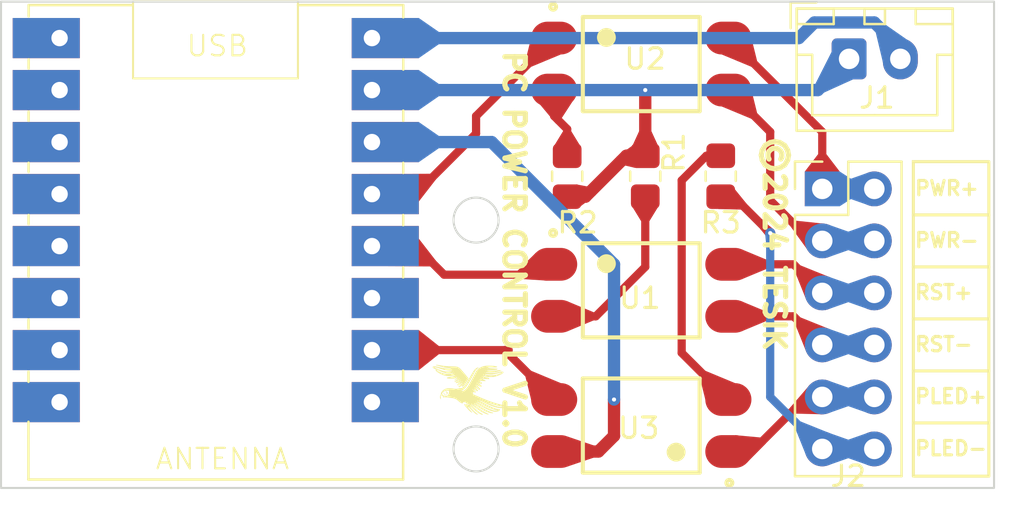
<source format=kicad_pcb>
(kicad_pcb (version 20221018) (generator pcbnew)
  (layers (0 "F.Cu" signal) (31 "B.Cu" signal) (34 "B.Paste" user) (35 "F.Paste" user) (36 "B.SilkS" user "B.Silkscreen") (37 "F.SilkS" user "F.Silkscreen") (38 "B.Mask" user) (39 "F.Mask" user) (44 "Edge.Cuts" user))
  (net 0 "")
  (net 1 "Power +")
  (net 2 "Power -")
  (net 3 "Reset +")
  (net 4 "Reset -")
  (net 5 "Power LED +")
  (net 6 "GND")
  (net 7 "Power Cathode")
  (net 8 "+5V")
  (net 9 "Reset Cathode")
  (net 20 "Power LED -")
  (net 21 "Power LED Cathode")
  (net 22 "3V3")
  (net 23 "GPIO4")
  (net 24 "GPIO3")
  (net 25 "GPIO1")
  (footprint "Connector_PinHeader_2.54mm:PinHeader_2x06_P2.54mm_Vertical" (layer "F.Cu") (at 85.725 56.896)
    (fp_text reference "J2" (at 1.27 14.03) (layer "F.SilkS"))
    (fp_text value "Conn_02x06_Odd_Even")
    (pad "1" thru_hole rect (at 0 0) (size 1.7 1.7) (drill 1) (layers "*.Cu" "*.Mask") (net 1 "Power +"))
    (pad "2" thru_hole oval (at 2.54 0) (size 1.7 1.7) (drill 1) (layers "*.Cu" "*.Mask") (net 1 "Power +"))
    (pad "3" thru_hole oval (at 0 2.54) (size 1.7 1.7) (drill 1) (layers "*.Cu" "*.Mask") (net 2 "Power -"))
    (pad "4" thru_hole oval (at 2.54 2.54) (size 1.7 1.7) (drill 1) (layers "*.Cu" "*.Mask") (net 2 "Power -"))
    (pad "5" thru_hole oval (at 0 5.08) (size 1.7 1.7) (drill 1) (layers "*.Cu" "*.Mask") (net 3 "Reset +"))
    (pad "6" thru_hole oval (at 2.54 5.08) (size 1.7 1.7) (drill 1) (layers "*.Cu" "*.Mask") (net 3 "Reset +"))
    (pad "7" thru_hole oval (at 0 7.62) (size 1.7 1.7) (drill 1) (layers "*.Cu" "*.Mask") (net 4 "Reset -"))
    (pad "8" thru_hole oval (at 2.54 7.62) (size 1.7 1.7) (drill 1) (layers "*.Cu" "*.Mask") (net 4 "Reset -"))
    (pad "9" thru_hole oval (at 0 10.16) (size 1.7 1.7) (drill 1) (layers "*.Cu" "*.Mask") (net 5 "Power LED +"))
    (pad "10" thru_hole oval (at 2.54 10.16) (size 1.7 1.7) (drill 1) (layers "*.Cu" "*.Mask") (net 5 "Power LED +"))
    (pad "11" thru_hole oval (at 0 12.7) (size 1.7 1.7) (drill 1) (layers "*.Cu" "*.Mask") (net 20 "Power LED -"))
    (pad "12" thru_hole oval (at 2.54 12.7) (size 1.7 1.7) (drill 1) (layers "*.Cu" "*.Mask") (net 20 "Power LED -"))
  )
  (footprint "_jendova:SOT254P975X400-4N" (layer "F.Cu") (at 76.894 50.8)
    (fp_text reference "U2" (at 0.186 -0.254) (layer "F.SilkS") (effects (font (size 1.001874 1.001874))))
    (fp_text value "EL817")
    (pad "1" smd oval (at -4.25 -1.27) (size 2.25 1.6) (layers "F.Cu" "F.Paste" "F.Mask") (net 23 "GPIO4"))
    (pad "2" smd oval (at -4.25 1.27) (size 2.25 1.6) (layers "F.Cu" "F.Paste" "F.Mask") (net 7 "Power Cathode"))
    (pad "3" smd oval (at 4.25 1.27) (size 2.25 1.6) (layers "F.Cu" "F.Paste" "F.Mask") (net 2 "Power -"))
    (pad "4" smd oval (at 4.25 -1.27) (size 2.25 1.6) (layers "F.Cu" "F.Paste" "F.Mask") (net 1 "Power +"))
  )
  (footprint "Resistor_SMD:R_0805_2012Metric_Pad1.20x1.40mm_HandSolder" (layer "F.Cu") (at 80.772 56.277 -90)
    (fp_text reference "R3" (at 2.27 0 -180) (layer "F.SilkS"))
    (fp_text value "R2K2")
    (pad "1" smd roundrect (at -1 0 270) (size 1.2 1.4) (layers "F.Cu" "F.Paste" "F.Mask") (roundrect_rratio 0.2083333333) (net 21 "Power LED Cathode"))
    (pad "2" smd roundrect (at 1 0 270) (size 1.2 1.4) (layers "F.Cu" "F.Paste" "F.Mask") (roundrect_rratio 0.2083333333) (net 20 "Power LED -"))
  )
  (footprint "_jendova:SOT254P975X400-4N" (layer "F.Cu") (at 76.894 68.453 180)
    (fp_text reference "U3" (at 0.127 -0.127) (layer "F.SilkS") (effects (font (size 1.001874 1.001874))))
    (fp_text value "EL817")
    (pad "1" smd oval (at -4.25 -1.27 180) (size 2.25 1.6) (layers "F.Cu" "F.Paste" "F.Mask") (net 5 "Power LED +"))
    (pad "2" smd oval (at -4.25 1.27 180) (size 2.25 1.6) (layers "F.Cu" "F.Paste" "F.Mask") (net 21 "Power LED Cathode"))
    (pad "3" smd oval (at 4.25 1.27 180) (size 2.25 1.6) (layers "F.Cu" "F.Paste" "F.Mask") (net 25 "GPIO1"))
    (pad "4" smd oval (at 4.25 -1.27 180) (size 2.25 1.6) (layers "F.Cu" "F.Paste" "F.Mask") (net 22 "3V3"))
  )
  (footprint "_jendova:SOT254P975X400-4N" (layer "F.Cu") (at 76.894 61.849)
    (fp_text reference "U1" (at -0.068 0.381) (layer "F.SilkS") (effects (font (size 1.001874 1.001874))))
    (fp_text value "EL817")
    (pad "1" smd oval (at -4.25 -1.27) (size 2.25 1.6) (layers "F.Cu" "F.Paste" "F.Mask") (net 24 "GPIO3"))
    (pad "2" smd oval (at -4.25 1.27) (size 2.25 1.6) (layers "F.Cu" "F.Paste" "F.Mask") (net 9 "Reset Cathode"))
    (pad "3" smd oval (at 4.25 1.27) (size 2.25 1.6) (layers "F.Cu" "F.Paste" "F.Mask") (net 4 "Reset -"))
    (pad "4" smd oval (at 4.25 -1.27) (size 2.25 1.6) (layers "F.Cu" "F.Paste" "F.Mask") (net 3 "Reset +"))
  )
  (footprint "Resistor_SMD:R_0805_2012Metric_Pad1.20x1.40mm_HandSolder" (layer "F.Cu") (at 77.089 56.277 90)
    (fp_text reference "R1" (at 1.159 1.397 270) (layer "F.SilkS"))
    (fp_text value "R330")
    (pad "1" smd roundrect (at -1 0 90) (size 1.2 1.4) (layers "F.Cu" "F.Paste" "F.Mask") (roundrect_rratio 0.2083333333) (net 9 "Reset Cathode"))
    (pad "2" smd roundrect (at 1 0 90) (size 1.2 1.4) (layers "F.Cu" "F.Paste" "F.Mask") (roundrect_rratio 0.2083333333) (net 6 "GND"))
  )
  (footprint "Connector_JST:JST_XH_B2B-XH-A_1x02_P2.50mm_Vertical" (layer "F.Cu") (at 87.035 50.546)
    (fp_text reference "J1" (at 1.357 1.905) (layer "F.SilkS"))
    (fp_text value "Conn_01x02")
    (pad "1" thru_hole roundrect (at 0 0) (size 1.7 2) (drill 1) (layers "*.Cu" "*.Mask") (roundrect_rratio 0.1470588235) (net 6 "GND"))
    (pad "2" thru_hole oval (at 2.5 0) (size 1.7 2) (drill 1) (layers "*.Cu" "*.Mask") (net 8 "+5V"))
  )
  (footprint "_jendova:ESP3C3_supermini_COMBI" (layer "F.Cu") (at 56.134 58.42)
    (fp_text reference "ESP32-C3_SuperMini1" hide)
    (fp_text value "ESP32-C3 SuperMini")
    (fp_text user "ANTENNA" (at -3 12.25 unlocked) (layer "F.SilkS") (effects (font (thickness 0.1)) (justify left bottom)))
    (fp_text user "USB" (at -1.49 -7.92 unlocked) (layer "F.SilkS") (effects (font (thickness 0.1)) (justify left bottom)))
    (pad "1" thru_hole rect (at -7.62 -8.89 270) (size 1.96 3.27) (drill 0.8 (offset 0 0.65)) (layers "*.Cu" "*.Mask"))
    (pad "2" thru_hole rect (at -7.62 -6.35 270) (size 1.96 3.27) (drill 0.8 (offset 0 0.65)) (layers "*.Cu" "*.Mask"))
    (pad "3" thru_hole rect (at -7.62 -3.81 270) (size 1.96 3.27) (drill 0.8 (offset 0 0.65)) (layers "*.Cu" "*.Mask"))
    (pad "4" thru_hole rect (at -7.62 -1.27 270) (size 1.96 3.27) (drill 0.8 (offset 0 0.65)) (layers "*.Cu" "*.Mask"))
    (pad "5" thru_hole rect (at -7.62 1.27 270) (size 1.96 3.27) (drill 0.8 (offset 0 0.65)) (layers "*.Cu" "*.Mask"))
    (pad "6" thru_hole rect (at -7.62 3.81 270) (size 1.96 3.27) (drill 0.8 (offset 0 0.65)) (layers "*.Cu" "*.Mask"))
    (pad "7" thru_hole rect (at -7.62 6.35 270) (size 1.96 3.27) (drill 0.8 (offset 0 0.65)) (layers "*.Cu" "*.Mask"))
    (pad "8" thru_hole rect (at -7.62 8.89 270) (size 1.96 3.27) (drill 0.8 (offset 0 0.65)) (layers "*.Cu" "*.Mask"))
    (pad "9" thru_hole rect (at 7.62 -8.89 270) (size 1.96 3.27) (drill 0.8 (offset 0 -0.65)) (layers "*.Cu" "*.Mask") (net 8 "+5V"))
    (pad "10" thru_hole rect (at 7.62 -6.35 270) (size 1.96 3.27) (drill 0.8 (offset 0 -0.65)) (layers "*.Cu" "*.Mask") (net 6 "GND"))
    (pad "11" thru_hole rect (at 7.62 -3.81 270) (size 1.96 3.27) (drill 0.8 (offset 0 -0.65)) (layers "*.Cu" "*.Mask") (net 22 "3V3"))
    (pad "12" thru_hole rect (at 7.62 -1.27 270) (size 1.96 3.27) (drill 0.8 (offset 0 -0.65)) (layers "*.Cu" "*.Mask") (net 23 "GPIO4"))
    (pad "13" thru_hole rect (at 7.62 1.27 270) (size 1.96 3.27) (drill 0.8 (offset 0 -0.65)) (layers "*.Cu" "*.Mask") (net 24 "GPIO3"))
    (pad "14" thru_hole rect (at 7.62 3.81 270) (size 1.96 3.27) (drill 0.8 (offset 0 -0.65)) (layers "*.Cu" "*.Mask"))
    (pad "15" thru_hole rect (at 7.62 6.35 270) (size 1.96 3.27) (drill 0.8 (offset 0 -0.65)) (layers "*.Cu" "*.Mask") (net 25 "GPIO1"))
    (pad "16" thru_hole rect (at 7.62 8.89 270) (size 1.96 3.27) (drill 0.8 (offset 0 -0.65)) (layers "*.Cu" "*.Mask"))
  )
  (footprint "Resistor_SMD:R_0805_2012Metric_Pad1.20x1.40mm_HandSolder" (layer "F.Cu") (at 73.279 56.277 -90)
    (fp_text reference "R2" (at 2.27 -0.508 -180) (layer "F.SilkS"))
    (fp_text value "R330")
    (pad "1" smd roundrect (at -1 0 270) (size 1.2 1.4) (layers "F.Cu" "F.Paste" "F.Mask") (roundrect_rratio 0.2083333333) (net 7 "Power Cathode"))
    (pad "2" smd roundrect (at 1 0 270) (size 1.2 1.4) (layers "F.Cu" "F.Paste" "F.Mask") (roundrect_rratio 0.2083333333) (net 6 "GND"))
  )
  (footprint "_jendova:logo_small" (layer "F.Cu") (at 68.453 66.675)
    (fp_text reference "G***" hide)
    (fp_text value "LOGO" hide)
  )
  (gr_line (start 90.17 68.326) (end 93.853 68.326) (stroke (width 0.15)) (layer "F.SilkS"))
  (gr_line (start 90.17 65.786) (end 93.853 65.786) (stroke (width 0.15)) (layer "F.SilkS"))
  (gr_line (start 90.17 60.706) (end 93.853 60.706) (stroke (width 0.15)) (layer "F.SilkS"))
  (gr_line (start 90.17 63.246) (end 93.853 63.246) (stroke (width 0.15)) (layer "F.SilkS"))
  (gr_line (start 90.17 58.166) (end 93.853 58.166) (stroke (width 0.15)) (layer "F.SilkS"))
  (gr_rect (start 90.17 55.566) (end 93.853 70.926) (stroke (width 0.15)) (fill none) (layer "F.SilkS"))
  (gr_circle (center 68.834 69.596) (end 68.834 68.496) (stroke (width 0.1)) (fill none) (layer "Edge.Cuts"))
  (gr_circle (center 68.834 58.42) (end 68.834 57.32) (stroke (width 0.1)) (fill none) (layer "Edge.Cuts"))
  (gr_rect (start 45.6565 47.752) (end 94.107 71.501) (stroke (width 0.1)) (fill none) (layer "Edge.Cuts"))
  (gr_text "PLED+" (at 90.17 67.437) (layer "F.SilkS") (effects (font (size 0.7 0.7)) (justify left bottom)))
  (gr_text "©2024 TESIK" (at 82.804 54.229 270) (layer "F.SilkS") (effects (font (size 1 1) (thickness 0.25) bold) (justify left bottom)))
  (gr_text "RST+" (at 90.17 62.357) (layer "F.SilkS") (effects (font (size 0.7 0.7)) (justify left bottom)))
  (gr_text "PLED-" (at 90.17 69.977) (layer "F.SilkS") (effects (font (size 0.7 0.7)) (justify left bottom)))
  (gr_text "PWR+" (at 90.17 57.277) (layer "F.SilkS") (effects (font (size 0.7 0.7)) (justify left bottom)))
  (gr_text "PWR-" (at 90.17 59.817) (layer "F.SilkS") (effects (font (size 0.7 0.7)) (justify left bottom)))
  (gr_text "RST-" (at 90.17 64.897) (layer "F.SilkS") (effects (font (size 0.7 0.7)) (justify left bottom)))
  (gr_text "PC POWER CONTROL V1.0" (at 70.104 50.038 270) (layer "F.SilkS") (effects (font (size 1 1) (thickness 0.25) bold) (justify left bottom)))
  (segment (start 85.725 56.896) (end 85.725 54.111) (width 0.4) (layer "F.Cu") (net 1))
  (segment (start 85.725 54.111) (end 81.144 49.53) (width 0.4) (layer "F.Cu") (net 1))
  (segment (start 85.725 56.896) (end 88.265 56.896) (width 0.6) (layer "B.Cu") (net 1))
  (segment (start 85.165 59.436) (end 83.185 57.456) (width 0.4) (layer "F.Cu") (net 2))
  (segment (start 83.185 57.456) (end 83.185 54.111) (width 0.4) (layer "F.Cu") (net 2))
  (segment (start 83.185 54.111) (end 81.144 52.07) (width 0.4) (layer "F.Cu") (net 2))
  (segment (start 85.725 59.436) (end 85.165 59.436) (width 0.4) (layer "F.Cu") (net 2))
  (segment (start 85.725 59.436) (end 88.265 59.436) (width 0.6) (layer "B.Cu") (net 2))
  (segment (start 84.328 60.579) (end 85.725 61.976) (width 0.4) (layer "F.Cu") (net 3))
  (segment (start 81.144 60.579) (end 84.328 60.579) (width 0.4) (layer "F.Cu") (net 3))
  (segment (start 85.725 61.976) (end 88.265 61.976) (width 0.6) (layer "B.Cu") (net 3))
  (segment (start 84.328 63.119) (end 85.725 64.516) (width 0.4) (layer "F.Cu") (net 4))
  (segment (start 81.144 63.119) (end 84.328 63.119) (width 0.4) (layer "F.Cu") (net 4))
  (segment (start 85.725 64.516) (end 88.265 64.516) (width 0.6) (layer "B.Cu") (net 4))
  (segment (start 81.144 69.723) (end 82.296 69.723) (width 0.4) (layer "F.Cu") (net 5))
  (segment (start 82.296 69.723) (end 84.963 67.056) (width 0.4) (layer "F.Cu") (net 5))
  (segment (start 84.963 67.056) (end 85.725 67.056) (width 0.4) (layer "F.Cu") (net 5))
  (segment (start 85.725 67.056) (end 88.265 67.056) (width 0.6) (layer "B.Cu") (net 5))
  (segment (start 77.089 55.277) (end 77.089 52.07) (width 0.6) (layer "F.Cu") (net 6))
  (segment (start 74.168 57.277) (end 73.279 57.277) (width 0.6) (layer "F.Cu") (net 6))
  (segment (start 76.168 55.277) (end 77.089 55.277) (width 0.6) (layer "F.Cu") (net 6))
  (segment (start 74.168 57.277) (end 76.168 55.277) (width 0.6) (layer "F.Cu") (net 6))
  (via micro (at 77.089 52.07) (size 0.5) (drill 0.2) (layers "F.Cu" "B.Cu") (net 6))
  (segment (start 85.511 52.07) (end 63.754 52.07) (width 0.6) (layer "B.Cu") (net 6))
  (segment (start 87.035 50.546) (end 85.511 52.07) (width 0.6) (layer "B.Cu") (net 6))
  (segment (start 73.279 55.277) (end 73.279 53.975) (width 0.4) (layer "F.Cu") (net 7))
  (segment (start 73.279 53.975) (end 72.644 53.34) (width 0.4) (layer "F.Cu") (net 7))
  (segment (start 72.644 53.34) (end 72.644 52.07) (width 0.4) (layer "F.Cu") (net 7))
  (segment (start 63.754 49.53) (end 84.582 49.53) (width 0.6) (layer "B.Cu") (net 8))
  (segment (start 89.535 50.038) (end 89.535 50.546) (width 0.6) (layer "B.Cu") (net 8))
  (segment (start 88.265 48.768) (end 89.535 50.038) (width 0.6) (layer "B.Cu") (net 8))
  (segment (start 84.582 49.53) (end 85.344 48.768) (width 0.6) (layer "B.Cu") (net 8))
  (segment (start 89.408 49.911) (end 89.408 50.8) (width 0.6) (layer "B.Cu") (net 8))
  (segment (start 85.344 48.768) (end 88.265 48.768) (width 0.6) (layer "B.Cu") (net 8))
  (segment (start 77.089 60.706) (end 77.089 57.277) (width 0.4) (layer "F.Cu") (net 9))
  (segment (start 77.089 60.706) (end 74.676 63.119) (width 0.4) (layer "F.Cu") (net 9))
  (segment (start 74.676 63.119) (end 72.644 63.119) (width 0.4) (layer "F.Cu") (net 9))
  (segment (start 81.407 57.277) (end 83.185 59.055) (width 0.4) (layer "F.Cu") (net 20))
  (segment (start 80.772 57.277) (end 81.407 57.277) (width 0.4) (layer "F.Cu") (net 20))
  (via micro (at 83.185 59.055) (size 0.5) (drill 0.2) (layers "F.Cu" "B.Cu") (net 20))
  (segment (start 83.185 67.056) (end 83.185 59.055) (width 0.4) (layer "B.Cu") (net 20))
  (segment (start 85.725 69.596) (end 83.185 67.056) (width 0.4) (layer "B.Cu") (net 20))
  (segment (start 85.725 69.596) (end 88.265 69.596) (width 0.6) (layer "B.Cu") (net 20))
  (segment (start 78.867 64.906) (end 78.867 56.482) (width 0.4) (layer "F.Cu") (net 21))
  (segment (start 78.867 56.482) (end 80.072 55.277) (width 0.4) (layer "F.Cu") (net 21))
  (segment (start 81.144 67.183) (end 78.867 64.906) (width 0.4) (layer "F.Cu") (net 21))
  (segment (start 80.072 55.277) (end 80.772 55.277) (width 0.4) (layer "F.Cu") (net 21))
  (segment (start 75.565 68.961) (end 74.803 69.723) (width 0.6) (layer "F.Cu") (net 22))
  (segment (start 74.803 69.723) (end 72.644 69.723) (width 0.6) (layer "F.Cu") (net 22))
  (segment (start 75.565 68.961) (end 75.565 67.183) (width 0.6) (layer "F.Cu") (net 22))
  (via micro (at 75.565 67.183) (size 0.5) (drill 0.2) (layers "F.Cu" "B.Cu") (net 22))
  (segment (start 75.565 60.579) (end 69.596 54.61) (width 0.6) (layer "B.Cu") (net 22))
  (segment (start 69.596 54.61) (end 63.754 54.61) (width 0.6) (layer "B.Cu") (net 22))
  (segment (start 75.565 67.183) (end 75.565 60.579) (width 0.6) (layer "B.Cu") (net 22))
  (segment (start 65.879 57.15) (end 68.834 54.195) (width 0.4) (layer "F.Cu") (net 23))
  (segment (start 68.834 53.34) (end 72.644 49.53) (width 0.4) (layer "F.Cu") (net 23))
  (segment (start 68.834 54.195) (end 68.834 53.34) (width 0.4) (layer "F.Cu") (net 23))
  (segment (start 63.754 57.15) (end 65.879 57.15) (width 0.4) (layer "F.Cu") (net 23))
  (segment (start 72.644 60.579) (end 71.882 60.579) (width 0.4) (layer "F.Cu") (net 24))
  (segment (start 71.374 61.087) (end 67.276 61.087) (width 0.4) (layer "F.Cu") (net 24))
  (segment (start 71.882 60.579) (end 71.374 61.087) (width 0.4) (layer "F.Cu") (net 24))
  (segment (start 72.836 60.579) (end 72.328 61.087) (width 0.4) (layer "F.Cu") (net 24))
  (segment (start 63.754 59.69) (end 65.879 59.69) (width 0.4) (layer "F.Cu") (net 24))
  (segment (start 65.879 59.69) (end 67.276 61.087) (width 0.4) (layer "F.Cu") (net 24))
  (segment (start 72.644 67.183) (end 70.231 64.77) (width 0.4) (layer "F.Cu") (net 25))
  (segment (start 70.426 64.77) (end 70.231 64.77) (width 0.4) (layer "F.Cu") (net 25))
  (segment (start 70.231 64.77) (end 63.754 64.77) (width 0.4) (layer "F.Cu") (net 25))
)
</source>
